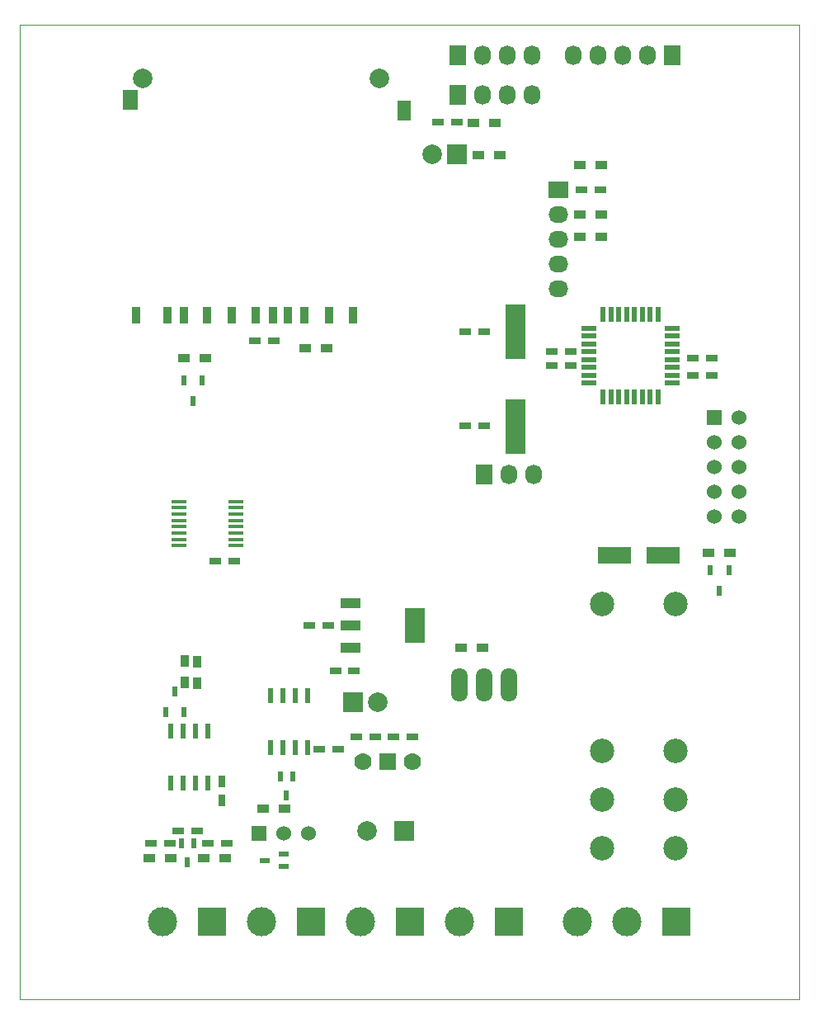
<source format=gbr>
G04 #@! TF.FileFunction,Soldermask,Top*
%FSLAX46Y46*%
G04 Gerber Fmt 4.6, Leading zero omitted, Abs format (unit mm)*
G04 Created by KiCad (PCBNEW (2015-03-05 BZR 5480)-product) date Mon 09 Mar 2015 11:20:18 AM EET*
%MOMM*%
G01*
G04 APERTURE LIST*
%ADD10C,0.100000*%
%ADD11C,1.524000*%
%ADD12R,0.900000X1.800000*%
%ADD13R,1.400000X2.000000*%
%ADD14R,1.527000X2.000000*%
%ADD15C,2.000000*%
%ADD16R,1.500000X0.450000*%
%ADD17R,2.999740X2.999740*%
%ADD18C,2.999740*%
%ADD19R,0.599440X1.000760*%
%ADD20R,1.998980X1.998980*%
%ADD21C,1.998980*%
%ADD22R,1.200000X0.750000*%
%ADD23R,0.750000X1.200000*%
%ADD24R,3.500120X1.800860*%
%ADD25R,1.600000X0.550000*%
%ADD26R,0.550000X1.600000*%
%ADD27R,1.524000X1.524000*%
%ADD28R,1.727200X2.032000*%
%ADD29O,1.727200X2.032000*%
%ADD30O,1.699260X3.500120*%
%ADD31R,1.200000X0.900000*%
%ADD32R,2.032000X3.657600*%
%ADD33R,2.032000X1.016000*%
%ADD34R,0.600000X1.550000*%
%ADD35R,2.100580X5.600700*%
%ADD36C,1.778000*%
%ADD37R,1.778000X1.778000*%
%ADD38R,0.900000X1.200000*%
%ADD39C,2.500000*%
%ADD40R,2.032000X1.727200*%
%ADD41O,2.032000X1.727200*%
%ADD42R,1.000760X0.599440*%
G04 APERTURE END LIST*
D10*
X91000000Y-89000000D02*
X91000000Y-189000000D01*
X171000000Y-89000000D02*
X91000000Y-89000000D01*
X171000000Y-189000000D02*
X171000000Y-89000000D01*
X91000000Y-189000000D02*
X171000000Y-189000000D01*
D11*
X162306000Y-139446000D03*
X164846000Y-139446000D03*
X162306000Y-136906000D03*
X164846000Y-136906000D03*
D12*
X122720000Y-118850000D03*
X120170000Y-118850000D03*
X118470000Y-118850000D03*
X115220000Y-118850000D03*
X112720000Y-118850000D03*
X110220000Y-118850000D03*
X107800000Y-118850000D03*
X106100000Y-118850000D03*
X125220000Y-118850000D03*
X116970000Y-118850000D03*
X102950000Y-118850000D03*
D13*
X130446000Y-97850000D03*
D14*
X102361000Y-96700000D03*
D15*
X127890000Y-94550000D03*
X103630000Y-94550000D03*
D16*
X113186000Y-142483000D03*
X113186000Y-141833000D03*
X113186000Y-141183000D03*
X113186000Y-140533000D03*
X113186000Y-139883000D03*
X113186000Y-139233000D03*
X113186000Y-138583000D03*
X113186000Y-137933000D03*
X107286000Y-137933000D03*
X107286000Y-138583000D03*
X107286000Y-139233000D03*
X107286000Y-139883000D03*
X107286000Y-140533000D03*
X107286000Y-141183000D03*
X107286000Y-141833000D03*
X107286000Y-142483000D03*
D17*
X158385000Y-181020000D03*
D18*
X153305000Y-181020000D03*
X148225000Y-181020000D03*
D19*
X105922925Y-159546353D03*
X106875425Y-157433073D03*
X107827925Y-159546353D03*
X163757500Y-144952360D03*
X162805000Y-147065640D03*
X161852500Y-144952360D03*
D20*
X130429000Y-171704000D03*
D21*
X126619000Y-171704000D03*
D22*
X147509158Y-123987318D03*
X145609158Y-123987318D03*
X131252000Y-162052000D03*
X129352000Y-162052000D03*
X160087158Y-125003318D03*
X161987158Y-125003318D03*
X147509158Y-122590318D03*
X145609158Y-122590318D03*
X160087158Y-123225318D03*
X161987158Y-123225318D03*
X125542000Y-162052000D03*
X127442000Y-162052000D03*
D20*
X125222000Y-158496000D03*
D21*
X127762000Y-158496000D03*
D20*
X135890000Y-102313800D03*
D21*
X133350000Y-102313800D03*
D22*
X125283000Y-155321000D03*
X123383000Y-155321000D03*
X135824000Y-99011800D03*
X133924000Y-99011800D03*
X122616000Y-150622000D03*
X120716000Y-150622000D03*
X138619158Y-130210318D03*
X136719158Y-130210318D03*
X138619158Y-120558318D03*
X136719158Y-120558318D03*
X112964000Y-144018000D03*
X111064000Y-144018000D03*
X115128000Y-121412000D03*
X117028000Y-121412000D03*
D23*
X111701425Y-166683713D03*
X111701425Y-168583713D03*
D22*
X121732000Y-163322000D03*
X123632000Y-163322000D03*
X109154000Y-171704000D03*
X107254000Y-171704000D03*
X110302000Y-172974000D03*
X112202000Y-172974000D03*
X106360000Y-172974000D03*
X104460000Y-172974000D03*
D24*
X156999360Y-143500000D03*
X152000640Y-143500000D03*
D25*
X149421158Y-120171318D03*
X149421158Y-120971318D03*
X149421158Y-121771318D03*
X149421158Y-122571318D03*
X149421158Y-123371318D03*
X149421158Y-124171318D03*
X149421158Y-124971318D03*
X149421158Y-125771318D03*
D26*
X150871158Y-127221318D03*
X151671158Y-127221318D03*
X152471158Y-127221318D03*
X153271158Y-127221318D03*
X154071158Y-127221318D03*
X154871158Y-127221318D03*
X155671158Y-127221318D03*
X156471158Y-127221318D03*
D25*
X157921158Y-125771318D03*
X157921158Y-124971318D03*
X157921158Y-124171318D03*
X157921158Y-123371318D03*
X157921158Y-122571318D03*
X157921158Y-121771318D03*
X157921158Y-120971318D03*
X157921158Y-120171318D03*
D26*
X156471158Y-118721318D03*
X155671158Y-118721318D03*
X154871158Y-118721318D03*
X154071158Y-118721318D03*
X153271158Y-118721318D03*
X152471158Y-118721318D03*
X151671158Y-118721318D03*
X150871158Y-118721318D03*
D27*
X115570000Y-171958000D03*
D11*
X118110000Y-171958000D03*
X120650000Y-171958000D03*
D27*
X162306000Y-129286000D03*
D11*
X164846000Y-129286000D03*
X162306000Y-131826000D03*
X164846000Y-131826000D03*
X162306000Y-134366000D03*
X164846000Y-134366000D03*
D28*
X157911800Y-92153800D03*
D29*
X155371800Y-92153800D03*
X152831800Y-92153800D03*
X150291800Y-92153800D03*
X147751800Y-92153800D03*
D28*
X135970000Y-92177800D03*
D29*
X138510000Y-92177800D03*
X141050000Y-92177800D03*
X143590000Y-92177800D03*
D28*
X135970000Y-96177800D03*
D29*
X138510000Y-96177800D03*
X141050000Y-96177800D03*
X143590000Y-96177800D03*
D17*
X110665000Y-181020000D03*
D18*
X105585000Y-181020000D03*
D17*
X120825000Y-181020000D03*
D18*
X115745000Y-181020000D03*
D30*
X138684000Y-156718000D03*
X136144000Y-156718000D03*
X141224000Y-156718000D03*
D31*
X137584000Y-99088000D03*
X139784000Y-99088000D03*
X138092000Y-102390000D03*
X140292000Y-102390000D03*
X163905000Y-143215000D03*
X161705000Y-143215000D03*
X148506000Y-103378000D03*
X150706000Y-103378000D03*
X115994000Y-169418000D03*
X118194000Y-169418000D03*
X136314000Y-152924000D03*
X138514000Y-152924000D03*
D32*
X131572000Y-150622000D03*
D33*
X124968000Y-150622000D03*
X124968000Y-152908000D03*
X124968000Y-148336000D03*
D34*
X106492425Y-166871713D03*
X107762425Y-166871713D03*
X109032425Y-166871713D03*
X110302425Y-166871713D03*
X110302425Y-161471713D03*
X109032425Y-161471713D03*
X107762425Y-161471713D03*
X106492425Y-161471713D03*
X120523000Y-157828000D03*
X119253000Y-157828000D03*
X117983000Y-157828000D03*
X116713000Y-157828000D03*
X116713000Y-163228000D03*
X117983000Y-163228000D03*
X119253000Y-163228000D03*
X120523000Y-163228000D03*
D35*
X141860158Y-130233178D03*
X141860158Y-120535458D03*
D17*
X141145000Y-181020000D03*
D18*
X136065000Y-181020000D03*
D17*
X130985000Y-181020000D03*
D18*
X125905000Y-181020000D03*
D36*
X131318000Y-164620000D03*
D37*
X128778000Y-164620000D03*
D36*
X126238000Y-164620000D03*
D19*
X109728912Y-125497538D03*
X108776412Y-127610818D03*
X107823912Y-125497538D03*
D38*
X109220000Y-154348000D03*
X109220000Y-156548000D03*
D31*
X120312000Y-122174000D03*
X122512000Y-122174000D03*
X110000412Y-123252178D03*
X107800412Y-123252178D03*
D38*
X107891425Y-154341713D03*
X107891425Y-156541713D03*
D31*
X112098000Y-174498000D03*
X109898000Y-174498000D03*
X104310000Y-174498000D03*
X106510000Y-174498000D03*
D39*
X150750000Y-148500000D03*
X150750000Y-163500000D03*
X150750000Y-173500000D03*
X158250000Y-168500000D03*
X158250000Y-148500000D03*
X150750000Y-168500000D03*
X158250000Y-163500000D03*
X158250000Y-173500000D03*
D40*
X146304000Y-105918000D03*
D41*
X146304000Y-108458000D03*
X146304000Y-110998000D03*
X146304000Y-113538000D03*
X146304000Y-116078000D03*
D31*
X148506000Y-108458000D03*
X150706000Y-108458000D03*
X148506000Y-110744000D03*
X150706000Y-110744000D03*
D22*
X148656000Y-105918000D03*
X150556000Y-105918000D03*
D28*
X138684000Y-135128000D03*
D29*
X141224000Y-135128000D03*
X143764000Y-135128000D03*
D19*
X117713760Y-166182040D03*
X119014240Y-166182040D03*
X118364000Y-168081960D03*
D42*
X118043960Y-174101760D03*
X118043960Y-175402240D03*
X116144040Y-174752000D03*
D19*
X107553760Y-173040040D03*
X108854240Y-173040040D03*
X108204000Y-174939960D03*
M02*

</source>
